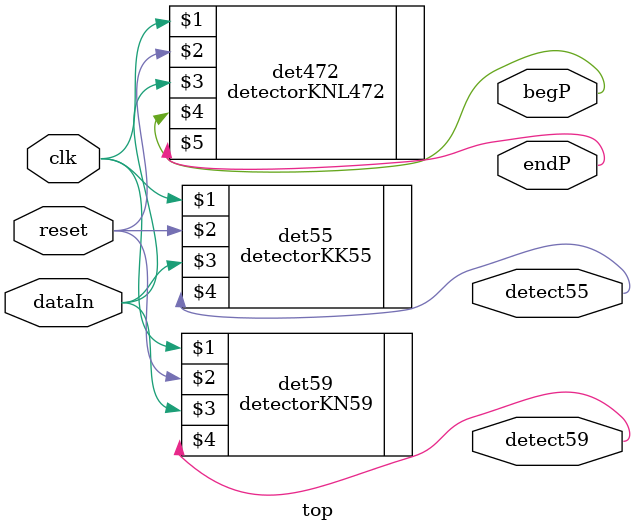
<source format=v>
`timescale 1ns / 1ps

module top(
    input clk,
    (* dont_touch = "yes" *)input wire reset,
    input dataIn,
    output detect55,
    output detect59,
    output begP,
    output endP
    );
    (* fsm_encoding = "sequential" *)
    (* keep_hierarchy = "yes" *) detectorKK55 det55(clk,reset,dataIn,detect55);
    (* keep_hierarchy = "yes" *) detectorKN59 det59(clk,reset,dataIn,detect59);
    (* keep_hierarchy = "yes" *) detectorKNL472 det472(clk,reset,dataIn,begP,endP);
endmodule
</source>
